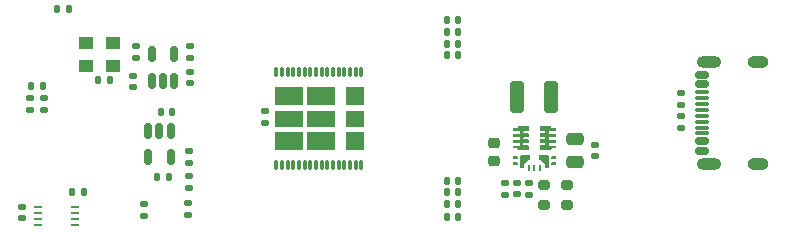
<source format=gbr>
%TF.GenerationSoftware,KiCad,Pcbnew,8.0.1*%
%TF.CreationDate,2024-04-08T01:45:07-04:00*%
%TF.ProjectId,NerdNOS,4e657264-4e4f-4532-9e6b-696361645f70,rev?*%
%TF.SameCoordinates,Original*%
%TF.FileFunction,Paste,Top*%
%TF.FilePolarity,Positive*%
%FSLAX46Y46*%
G04 Gerber Fmt 4.6, Leading zero omitted, Abs format (unit mm)*
G04 Created by KiCad (PCBNEW 8.0.1) date 2024-04-08 01:45:07*
%MOMM*%
%LPD*%
G01*
G04 APERTURE LIST*
G04 Aperture macros list*
%AMRoundRect*
0 Rectangle with rounded corners*
0 $1 Rounding radius*
0 $2 $3 $4 $5 $6 $7 $8 $9 X,Y pos of 4 corners*
0 Add a 4 corners polygon primitive as box body*
4,1,4,$2,$3,$4,$5,$6,$7,$8,$9,$2,$3,0*
0 Add four circle primitives for the rounded corners*
1,1,$1+$1,$2,$3*
1,1,$1+$1,$4,$5*
1,1,$1+$1,$6,$7*
1,1,$1+$1,$8,$9*
0 Add four rect primitives between the rounded corners*
20,1,$1+$1,$2,$3,$4,$5,0*
20,1,$1+$1,$4,$5,$6,$7,0*
20,1,$1+$1,$6,$7,$8,$9,0*
20,1,$1+$1,$8,$9,$2,$3,0*%
G04 Aperture macros list end*
%ADD10C,0.000000*%
%ADD11C,0.100000*%
%ADD12RoundRect,0.200000X0.275000X-0.200000X0.275000X0.200000X-0.275000X0.200000X-0.275000X-0.200000X0*%
%ADD13RoundRect,0.140000X0.170000X-0.140000X0.170000X0.140000X-0.170000X0.140000X-0.170000X-0.140000X0*%
%ADD14RoundRect,0.225000X-0.250000X0.225000X-0.250000X-0.225000X0.250000X-0.225000X0.250000X0.225000X0*%
%ADD15RoundRect,0.135000X-0.185000X0.135000X-0.185000X-0.135000X0.185000X-0.135000X0.185000X0.135000X0*%
%ADD16RoundRect,0.150000X0.150000X-0.512500X0.150000X0.512500X-0.150000X0.512500X-0.150000X-0.512500X0*%
%ADD17RoundRect,0.135000X0.185000X-0.135000X0.185000X0.135000X-0.185000X0.135000X-0.185000X-0.135000X0*%
%ADD18RoundRect,0.140000X-0.170000X0.140000X-0.170000X-0.140000X0.170000X-0.140000X0.170000X0.140000X0*%
%ADD19RoundRect,0.140000X0.140000X0.170000X-0.140000X0.170000X-0.140000X-0.170000X0.140000X-0.170000X0*%
%ADD20RoundRect,0.135000X-0.135000X-0.185000X0.135000X-0.185000X0.135000X0.185000X-0.135000X0.185000X0*%
%ADD21R,0.220000X0.599999*%
%ADD22RoundRect,0.150000X0.425000X-0.150000X0.425000X0.150000X-0.425000X0.150000X-0.425000X-0.150000X0*%
%ADD23RoundRect,0.075000X0.500000X-0.075000X0.500000X0.075000X-0.500000X0.075000X-0.500000X-0.075000X0*%
%ADD24O,2.100000X1.000000*%
%ADD25O,1.800000X1.000000*%
%ADD26RoundRect,0.140000X-0.140000X-0.170000X0.140000X-0.170000X0.140000X0.170000X-0.140000X0.170000X0*%
%ADD27R,1.300000X1.100000*%
%ADD28RoundRect,0.250000X-0.325000X-1.100000X0.325000X-1.100000X0.325000X1.100000X-0.325000X1.100000X0*%
%ADD29RoundRect,0.200000X-0.275000X0.200000X-0.275000X-0.200000X0.275000X-0.200000X0.275000X0.200000X0*%
%ADD30RoundRect,0.135000X-0.000010X0.295000X-0.000010X-0.295000X0.000010X-0.295000X0.000010X0.295000X0*%
%ADD31R,0.762000X0.254000*%
%ADD32RoundRect,0.150000X-0.150000X0.512500X-0.150000X-0.512500X0.150000X-0.512500X0.150000X0.512500X0*%
%ADD33RoundRect,0.250000X0.475000X-0.250000X0.475000X0.250000X-0.475000X0.250000X-0.475000X-0.250000X0*%
G04 APERTURE END LIST*
D10*
%TO.C,U5*%
G36*
X121150001Y-69489999D02*
G01*
X121150001Y-69639999D01*
X121100001Y-69689999D01*
X120750002Y-69689999D01*
X120700002Y-69639999D01*
X120700002Y-69489999D01*
X120750002Y-69440000D01*
X121100001Y-69440000D01*
X121150001Y-69489999D01*
G37*
G36*
X121150001Y-69990001D02*
G01*
X121150001Y-70140001D01*
X121100001Y-70190001D01*
X120750002Y-70190001D01*
X120700002Y-70140001D01*
X120700002Y-69990001D01*
X120750002Y-69940001D01*
X121100001Y-69940001D01*
X121150001Y-69990001D01*
G37*
G36*
X124400000Y-69489999D02*
G01*
X124400000Y-69639999D01*
X124350000Y-69689999D01*
X124000001Y-69689999D01*
X123950001Y-69639999D01*
X123950001Y-69489999D01*
X124000001Y-69440000D01*
X124350000Y-69440000D01*
X124400000Y-69489999D01*
G37*
G36*
X124400000Y-69990001D02*
G01*
X124400000Y-70140001D01*
X124350000Y-70190001D01*
X124000001Y-70190001D01*
X123950001Y-70140001D01*
X123950001Y-69990001D01*
X124000001Y-69940001D01*
X124350000Y-69940001D01*
X124400000Y-69990001D01*
G37*
G36*
X122200002Y-69400000D02*
G01*
X122200002Y-69699999D01*
X122150002Y-69749999D01*
X122061003Y-69749999D01*
X122025001Y-69765000D01*
X121665002Y-70124999D01*
X121650000Y-70160999D01*
X121650003Y-70354999D01*
X121600000Y-70404999D01*
X121400001Y-70404999D01*
X121350001Y-70355001D01*
X121350001Y-69400000D01*
X121400001Y-69350000D01*
X122150002Y-69350000D01*
X122200002Y-69400000D01*
G37*
G36*
X123750001Y-69400000D02*
G01*
X123750001Y-70354999D01*
X123700001Y-70404999D01*
X123500002Y-70404999D01*
X123449999Y-70354999D01*
X123450002Y-70160999D01*
X123435000Y-70124999D01*
X123075001Y-69765000D01*
X123038999Y-69749999D01*
X122950000Y-69749999D01*
X122900000Y-69699999D01*
X122900000Y-69400000D01*
X122950000Y-69350000D01*
X123700001Y-69350000D01*
X123750001Y-69400000D01*
G37*
G36*
X122090004Y-66910000D02*
G01*
X122090002Y-67249999D01*
X122040002Y-67299999D01*
X121670000Y-67300001D01*
X121620000Y-67350001D01*
X121620000Y-67450001D01*
X121670000Y-67499998D01*
X122040002Y-67500001D01*
X122090002Y-67550001D01*
X122090002Y-67750000D01*
X122040002Y-67800000D01*
X121670000Y-67800000D01*
X121620000Y-67850003D01*
X121620000Y-67950000D01*
X121670000Y-68000000D01*
X122040002Y-68000000D01*
X122089999Y-68050002D01*
X122090002Y-68249999D01*
X122040002Y-68299999D01*
X121670000Y-68299999D01*
X121620000Y-68349999D01*
X121620000Y-68450002D01*
X121670000Y-68499999D01*
X122040002Y-68500004D01*
X122090002Y-68550001D01*
X122090002Y-68890001D01*
X122039999Y-68940001D01*
X121200001Y-68939998D01*
X121150001Y-68890001D01*
X121150001Y-68824997D01*
X121100001Y-68775000D01*
X120750002Y-68774989D01*
X120700000Y-68725000D01*
X120700005Y-68574990D01*
X120750002Y-68525000D01*
X121250001Y-68525008D01*
X121300001Y-68475000D01*
X121300001Y-68325003D01*
X121250001Y-68275001D01*
X120750002Y-68275001D01*
X120700002Y-68225001D01*
X120700002Y-68075001D01*
X120750002Y-68025001D01*
X121250001Y-68025001D01*
X121300001Y-67974999D01*
X121300001Y-67824999D01*
X121250001Y-67775002D01*
X120750002Y-67775002D01*
X120700002Y-67724999D01*
X120700002Y-67574999D01*
X120750002Y-67525000D01*
X121250001Y-67525002D01*
X121300001Y-67475000D01*
X121300001Y-67325000D01*
X121250001Y-67275000D01*
X120750002Y-67275000D01*
X120700002Y-67225000D01*
X120700002Y-67075000D01*
X120750002Y-67025001D01*
X121100001Y-67025001D01*
X121150001Y-66975001D01*
X121150001Y-66910000D01*
X121200001Y-66860000D01*
X122040002Y-66860000D01*
X122090004Y-66910000D01*
G37*
G36*
X123950001Y-66910000D02*
G01*
X123950001Y-66975001D01*
X124000001Y-67025001D01*
X124350000Y-67025001D01*
X124400000Y-67075000D01*
X124400000Y-67225000D01*
X124350000Y-67275000D01*
X123850001Y-67275000D01*
X123800001Y-67325000D01*
X123800001Y-67475000D01*
X123850001Y-67525002D01*
X124350000Y-67525000D01*
X124400000Y-67574999D01*
X124400000Y-67724999D01*
X124350000Y-67775002D01*
X123850001Y-67775002D01*
X123800001Y-67824999D01*
X123800001Y-67975001D01*
X123850001Y-68025001D01*
X124350000Y-68025001D01*
X124400000Y-68075001D01*
X124400000Y-68225001D01*
X124350000Y-68275001D01*
X123850001Y-68275001D01*
X123800001Y-68325003D01*
X123800001Y-68475000D01*
X123850001Y-68525008D01*
X124350000Y-68525000D01*
X124399997Y-68574990D01*
X124400002Y-68725000D01*
X124350000Y-68774989D01*
X124000001Y-68775000D01*
X123950001Y-68824999D01*
X123950001Y-68890001D01*
X123900001Y-68939998D01*
X123060003Y-68940001D01*
X123010000Y-68890001D01*
X123010000Y-68550001D01*
X123060000Y-68500004D01*
X123430002Y-68499999D01*
X123480002Y-68450002D01*
X123480002Y-68349999D01*
X123430002Y-68299999D01*
X123060000Y-68299999D01*
X123010000Y-68249999D01*
X123010003Y-68050002D01*
X123060000Y-68000000D01*
X123430002Y-68000000D01*
X123480002Y-67950000D01*
X123480002Y-67850003D01*
X123430002Y-67800000D01*
X123060003Y-67800000D01*
X123010000Y-67750000D01*
X123010000Y-67550001D01*
X123060000Y-67500001D01*
X123430002Y-67499998D01*
X123480002Y-67450001D01*
X123480002Y-67350001D01*
X123430002Y-67300001D01*
X123060000Y-67300001D01*
X123010000Y-67249999D01*
X123009998Y-66910000D01*
X123060000Y-66860000D01*
X123900001Y-66860000D01*
X123950001Y-66910000D01*
G37*
D11*
%TO.C,IC1*%
X102900000Y-65000000D02*
X100600000Y-65000000D01*
X100600000Y-63540000D01*
X102900000Y-63540000D01*
X102900000Y-65000000D01*
G36*
X102900000Y-65000000D02*
G01*
X100600000Y-65000000D01*
X100600000Y-63540000D01*
X102900000Y-63540000D01*
X102900000Y-65000000D01*
G37*
X102900000Y-66860000D02*
X100600000Y-66860000D01*
X100600000Y-65640000D01*
X102900000Y-65640000D01*
X102900000Y-66860000D01*
G36*
X102900000Y-66860000D02*
G01*
X100600000Y-66860000D01*
X100600000Y-65640000D01*
X102900000Y-65640000D01*
X102900000Y-66860000D01*
G37*
X102900000Y-68860000D02*
X100600000Y-68860000D01*
X100600000Y-67400000D01*
X102900000Y-67400000D01*
X102900000Y-68860000D01*
G36*
X102900000Y-68860000D02*
G01*
X100600000Y-68860000D01*
X100600000Y-67400000D01*
X102900000Y-67400000D01*
X102900000Y-68860000D01*
G37*
X105600000Y-65000000D02*
X103300000Y-65000000D01*
X103300000Y-63540000D01*
X105600000Y-63540000D01*
X105600000Y-65000000D01*
G36*
X105600000Y-65000000D02*
G01*
X103300000Y-65000000D01*
X103300000Y-63540000D01*
X105600000Y-63540000D01*
X105600000Y-65000000D01*
G37*
X105600000Y-66860000D02*
X103300000Y-66860000D01*
X103300000Y-65640000D01*
X105600000Y-65640000D01*
X105600000Y-66860000D01*
G36*
X105600000Y-66860000D02*
G01*
X103300000Y-66860000D01*
X103300000Y-65640000D01*
X105600000Y-65640000D01*
X105600000Y-66860000D01*
G37*
X105600000Y-68860000D02*
X103300000Y-68860000D01*
X103300000Y-67400000D01*
X105600000Y-67400000D01*
X105600000Y-68860000D01*
G36*
X105600000Y-68860000D02*
G01*
X103300000Y-68860000D01*
X103300000Y-67400000D01*
X105600000Y-67400000D01*
X105600000Y-68860000D01*
G37*
X108000000Y-65000000D02*
X106600000Y-65000000D01*
X106600000Y-63540000D01*
X108000000Y-63540000D01*
X108000000Y-65000000D01*
G36*
X108000000Y-65000000D02*
G01*
X106600000Y-65000000D01*
X106600000Y-63540000D01*
X108000000Y-63540000D01*
X108000000Y-65000000D01*
G37*
X108000000Y-66860000D02*
X106600000Y-66860000D01*
X106600000Y-65640000D01*
X108000000Y-65640000D01*
X108000000Y-66860000D01*
G36*
X108000000Y-66860000D02*
G01*
X106600000Y-66860000D01*
X106600000Y-65640000D01*
X108000000Y-65640000D01*
X108000000Y-66860000D01*
G37*
X108000000Y-68860000D02*
X106600000Y-68860000D01*
X106600000Y-67400000D01*
X108000000Y-67400000D01*
X108000000Y-68860000D01*
G36*
X108000000Y-68860000D02*
G01*
X106600000Y-68860000D01*
X106600000Y-67400000D01*
X108000000Y-67400000D01*
X108000000Y-68860000D01*
G37*
%TD*%
D12*
%TO.C,R12*%
X125270000Y-73550000D03*
X125270000Y-71900000D03*
%TD*%
D13*
%TO.C,C23*%
X127700000Y-69450000D03*
X127700000Y-68490000D03*
%TD*%
D14*
%TO.C,C10*%
X119090000Y-68315000D03*
X119090000Y-69865000D03*
%TD*%
D15*
%TO.C,TH1*%
X99700000Y-65590000D03*
X99700000Y-66610000D03*
%TD*%
%TO.C,R8*%
X89500000Y-73490000D03*
X89500000Y-74510000D03*
%TD*%
D16*
%TO.C,U4*%
X90150001Y-63037500D03*
X91100000Y-63037500D03*
X92049999Y-63037500D03*
X92049999Y-60762500D03*
X90150001Y-60762500D03*
%TD*%
D17*
%TO.C,R7*%
X135000000Y-65110000D03*
X135000000Y-64090000D03*
%TD*%
D18*
%TO.C,C5*%
X93400000Y-62265400D03*
X93400000Y-63225400D03*
%TD*%
D19*
%TO.C,C6*%
X116080000Y-59900000D03*
X115120000Y-59900000D03*
%TD*%
D20*
%TO.C,R1*%
X79890001Y-63500000D03*
X80909999Y-63500000D03*
%TD*%
D18*
%TO.C,C7*%
X79200000Y-74680000D03*
X79200000Y-73720000D03*
%TD*%
D19*
%TO.C,C2*%
X116080000Y-57880000D03*
X115120000Y-57880000D03*
%TD*%
D15*
%TO.C,R6*%
X135000000Y-65990000D03*
X135000000Y-67010000D03*
%TD*%
D18*
%TO.C,C20*%
X88600000Y-63580000D03*
X88600000Y-62620000D03*
%TD*%
D17*
%TO.C,R5*%
X93200000Y-74409999D03*
X93200000Y-73390001D03*
%TD*%
D21*
%TO.C,U5*%
X122050002Y-70464999D03*
X122550001Y-70464999D03*
X123050000Y-70464999D03*
%TD*%
D22*
%TO.C,J3*%
X136745000Y-68950000D03*
X136745000Y-68150000D03*
D23*
X136745000Y-67000000D03*
X136745000Y-66000000D03*
X136745000Y-65500000D03*
X136745000Y-64500000D03*
D22*
X136745000Y-62550000D03*
X136745000Y-63350000D03*
D23*
X136745000Y-64000000D03*
X136745000Y-65000000D03*
X136745000Y-66500000D03*
X136745000Y-67500000D03*
D24*
X137320000Y-70070000D03*
D25*
X141500000Y-70070000D03*
D24*
X137320000Y-61430000D03*
D25*
X141500000Y-61430000D03*
%TD*%
D26*
%TO.C,C18*%
X115120000Y-74600000D03*
X116080000Y-74600000D03*
%TD*%
D13*
%TO.C,C15*%
X93300000Y-69980000D03*
X93300000Y-69020000D03*
%TD*%
D18*
%TO.C,C11*%
X121070000Y-71700000D03*
X121070000Y-72660000D03*
%TD*%
D26*
%TO.C,C17*%
X115120000Y-73500000D03*
X116080000Y-73500000D03*
%TD*%
D19*
%TO.C,C3*%
X116080000Y-58900000D03*
X115120000Y-58900000D03*
%TD*%
D27*
%TO.C,U2*%
X84550000Y-61750000D03*
X86850000Y-61750000D03*
X86850000Y-59850000D03*
X84550000Y-59850000D03*
%TD*%
D15*
%TO.C,R4*%
X79800000Y-64520000D03*
X79800000Y-65540000D03*
%TD*%
D19*
%TO.C,C1*%
X85640000Y-63000000D03*
X86600000Y-63000000D03*
%TD*%
D17*
%TO.C,R10*%
X122100000Y-72710000D03*
X122100000Y-71690000D03*
%TD*%
D28*
%TO.C,C13*%
X121045000Y-64390000D03*
X123995000Y-64390000D03*
%TD*%
D19*
%TO.C,C21*%
X91580000Y-71200000D03*
X90620000Y-71200000D03*
%TD*%
D17*
%TO.C,R3*%
X81000000Y-65540000D03*
X81000000Y-64520000D03*
%TD*%
D19*
%TO.C,C9*%
X83420000Y-72500000D03*
X84380000Y-72500000D03*
%TD*%
D18*
%TO.C,C4*%
X93400000Y-60120000D03*
X93400000Y-61080000D03*
%TD*%
D29*
%TO.C,R13*%
X123400000Y-71905000D03*
X123400000Y-73555000D03*
%TD*%
D30*
%TO.C,IC1*%
X107900000Y-62265400D03*
X107420000Y-62265400D03*
X106940000Y-62265400D03*
X106460000Y-62265400D03*
X105980000Y-62265400D03*
X105500000Y-62265400D03*
X105020000Y-62265400D03*
X104540000Y-62265400D03*
X104060000Y-62265400D03*
X103580000Y-62265400D03*
X103100000Y-62265400D03*
X102620000Y-62265400D03*
X102140000Y-62265400D03*
X101660000Y-62265400D03*
X101180000Y-62265400D03*
X100700000Y-62265400D03*
X100700000Y-70134600D03*
X101180000Y-70134600D03*
X101660000Y-70134600D03*
X102140000Y-70134600D03*
X102620000Y-70134600D03*
X103100000Y-70134600D03*
X103580000Y-70134600D03*
X104060000Y-70134600D03*
X104540000Y-70134600D03*
X105020000Y-70134600D03*
X105500000Y-70134600D03*
X105980000Y-70134600D03*
X106460000Y-70134600D03*
X106940000Y-70134600D03*
X107420000Y-70134600D03*
X107900000Y-70134600D03*
%TD*%
D31*
%TO.C,U6*%
X80525200Y-73749811D03*
X80525200Y-74249937D03*
X80525200Y-74750063D03*
X80525200Y-75250189D03*
X83674800Y-75250189D03*
X83674800Y-74750063D03*
X83674800Y-74249937D03*
X83674800Y-73749811D03*
%TD*%
D19*
%TO.C,C19*%
X91880000Y-65700000D03*
X90920000Y-65700000D03*
%TD*%
D18*
%TO.C,C22*%
X88800000Y-60120000D03*
X88800000Y-61080000D03*
%TD*%
D26*
%TO.C,C14*%
X115120000Y-72500000D03*
X116080000Y-72500000D03*
%TD*%
D20*
%TO.C,R2*%
X82140000Y-56960000D03*
X83160000Y-56960000D03*
%TD*%
D26*
%TO.C,C12*%
X115120000Y-71500000D03*
X116080000Y-71500000D03*
%TD*%
D32*
%TO.C,U3*%
X91749999Y-67262500D03*
X90800000Y-67262500D03*
X89850001Y-67262500D03*
X89850001Y-69537500D03*
X91749999Y-69537500D03*
%TD*%
D19*
%TO.C,C8*%
X116080000Y-60900000D03*
X115120000Y-60900000D03*
%TD*%
D18*
%TO.C,C16*%
X93300000Y-71120000D03*
X93300000Y-72080000D03*
%TD*%
D33*
%TO.C,C24*%
X125980000Y-69910000D03*
X125980000Y-68010000D03*
%TD*%
D15*
%TO.C,R11*%
X120040000Y-71680000D03*
X120040000Y-72700000D03*
%TD*%
M02*

</source>
